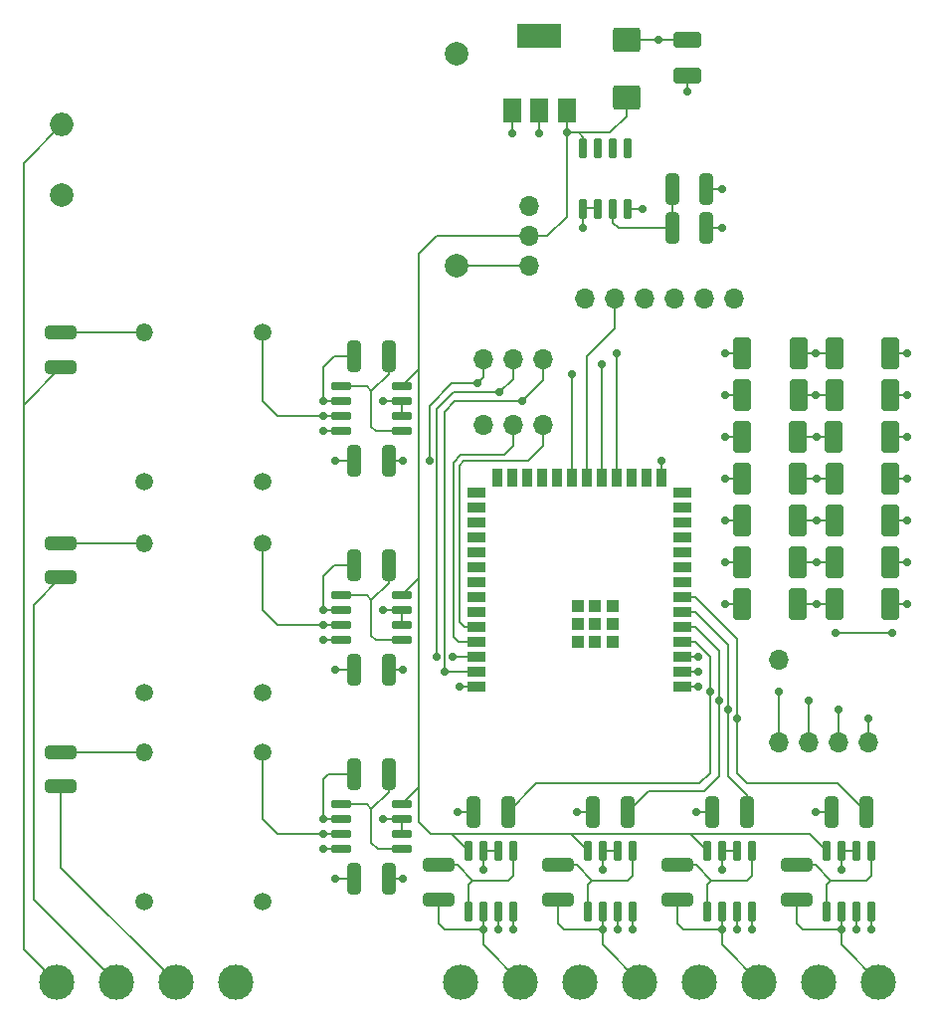
<source format=gbr>
%TF.GenerationSoftware,KiCad,Pcbnew,7.0.10*%
%TF.CreationDate,2024-06-26T03:26:05-03:00*%
%TF.ProjectId,board,626f6172-642e-46b6-9963-61645f706362,1.3*%
%TF.SameCoordinates,Original*%
%TF.FileFunction,Copper,L1,Top*%
%TF.FilePolarity,Positive*%
%FSLAX46Y46*%
G04 Gerber Fmt 4.6, Leading zero omitted, Abs format (unit mm)*
G04 Created by KiCad (PCBNEW 7.0.10) date 2024-06-26 03:26:05*
%MOMM*%
%LPD*%
G01*
G04 APERTURE LIST*
G04 Aperture macros list*
%AMRoundRect*
0 Rectangle with rounded corners*
0 $1 Rounding radius*
0 $2 $3 $4 $5 $6 $7 $8 $9 X,Y pos of 4 corners*
0 Add a 4 corners polygon primitive as box body*
4,1,4,$2,$3,$4,$5,$6,$7,$8,$9,$2,$3,0*
0 Add four circle primitives for the rounded corners*
1,1,$1+$1,$2,$3*
1,1,$1+$1,$4,$5*
1,1,$1+$1,$6,$7*
1,1,$1+$1,$8,$9*
0 Add four rect primitives between the rounded corners*
20,1,$1+$1,$2,$3,$4,$5,0*
20,1,$1+$1,$4,$5,$6,$7,0*
20,1,$1+$1,$6,$7,$8,$9,0*
20,1,$1+$1,$8,$9,$2,$3,0*%
G04 Aperture macros list end*
%TA.AperFunction,SMDPad,CuDef*%
%ADD10RoundRect,0.250000X0.925000X-0.412500X0.925000X0.412500X-0.925000X0.412500X-0.925000X-0.412500X0*%
%TD*%
%TA.AperFunction,SMDPad,CuDef*%
%ADD11RoundRect,0.250000X0.925000X-0.787500X0.925000X0.787500X-0.925000X0.787500X-0.925000X-0.787500X0*%
%TD*%
%TA.AperFunction,SMDPad,CuDef*%
%ADD12RoundRect,0.150000X-0.725000X-0.150000X0.725000X-0.150000X0.725000X0.150000X-0.725000X0.150000X0*%
%TD*%
%TA.AperFunction,SMDPad,CuDef*%
%ADD13RoundRect,0.250000X0.500000X1.100000X-0.500000X1.100000X-0.500000X-1.100000X0.500000X-1.100000X0*%
%TD*%
%TA.AperFunction,SMDPad,CuDef*%
%ADD14RoundRect,0.250000X-1.075000X0.312500X-1.075000X-0.312500X1.075000X-0.312500X1.075000X0.312500X0*%
%TD*%
%TA.AperFunction,SMDPad,CuDef*%
%ADD15RoundRect,0.150000X0.150000X-0.725000X0.150000X0.725000X-0.150000X0.725000X-0.150000X-0.725000X0*%
%TD*%
%TA.AperFunction,ComponentPad*%
%ADD16O,1.508000X1.508000*%
%TD*%
%TA.AperFunction,ComponentPad*%
%ADD17C,1.508000*%
%TD*%
%TA.AperFunction,SMDPad,CuDef*%
%ADD18RoundRect,0.250000X-0.312500X-1.075000X0.312500X-1.075000X0.312500X1.075000X-0.312500X1.075000X0*%
%TD*%
%TA.AperFunction,ComponentPad*%
%ADD19O,2.000000X2.000000*%
%TD*%
%TA.AperFunction,ComponentPad*%
%ADD20C,2.000000*%
%TD*%
%TA.AperFunction,SMDPad,CuDef*%
%ADD21RoundRect,0.250000X0.312500X1.075000X-0.312500X1.075000X-0.312500X-1.075000X0.312500X-1.075000X0*%
%TD*%
%TA.AperFunction,SMDPad,CuDef*%
%ADD22R,1.500000X0.900000*%
%TD*%
%TA.AperFunction,SMDPad,CuDef*%
%ADD23R,0.900000X1.500000*%
%TD*%
%TA.AperFunction,SMDPad,CuDef*%
%ADD24R,1.000000X1.000000*%
%TD*%
%TA.AperFunction,ComponentPad*%
%ADD25O,3.000000X3.000000*%
%TD*%
%TA.AperFunction,ComponentPad*%
%ADD26C,3.000000*%
%TD*%
%TA.AperFunction,ComponentPad*%
%ADD27O,1.700000X1.700000*%
%TD*%
%TA.AperFunction,SMDPad,CuDef*%
%ADD28R,1.500000X2.000000*%
%TD*%
%TA.AperFunction,SMDPad,CuDef*%
%ADD29R,3.800000X2.000000*%
%TD*%
%TA.AperFunction,ViaPad*%
%ADD30C,0.700000*%
%TD*%
%TA.AperFunction,Conductor*%
%ADD31C,0.200000*%
%TD*%
G04 APERTURE END LIST*
D10*
%TO.P,C2,1*%
%TO.N,Vcc*%
X164973000Y-43357500D03*
%TO.P,C2,2*%
%TO.N,GND*%
X164973000Y-40282500D03*
%TD*%
D11*
%TO.P,C1,1*%
%TO.N,Vin*%
X159766000Y-45212000D03*
%TO.P,C1,2*%
%TO.N,GND*%
X159766000Y-40287000D03*
%TD*%
D12*
%TO.P,AMP3,1*%
%TO.N,Net-(AMP3B-+)*%
X135512800Y-105370000D03*
%TO.P,AMP3,2,-*%
%TO.N,TP C-1*%
X135512800Y-106640000D03*
%TO.P,AMP3,3,+*%
%TO.N,TC A-1*%
X135512800Y-107910000D03*
%TO.P,AMP3,4,V-*%
%TO.N,GND*%
X135512800Y-109180000D03*
%TO.P,AMP3,5,+*%
%TO.N,Net-(AMP3B-+)*%
X140662800Y-109180000D03*
%TO.P,AMP3,6,-*%
%TO.N,Net-(AMP3B--)*%
X140662800Y-107910000D03*
%TO.P,AMP3,7*%
X140662800Y-106640000D03*
%TO.P,AMP3,8,V+*%
%TO.N,Vin*%
X140662800Y-105370000D03*
%TD*%
D13*
%TO.P,DZ14,1,K*%
%TO.N,Current N*%
X174409800Y-77684000D03*
%TO.P,DZ14,2,A*%
%TO.N,GND*%
X169609800Y-77684000D03*
%TD*%
D14*
%TO.P,R9,1*%
%TO.N,Net-(AMP4B-+)*%
X143802800Y-110511500D03*
%TO.P,R9,2*%
%TO.N,TC A-2*%
X143802800Y-113436500D03*
%TD*%
D15*
%TO.P,AMP8,1*%
%TO.N,TC A-1*%
X156121800Y-54732000D03*
%TO.P,AMP8,2,-*%
X157391800Y-54732000D03*
%TO.P,AMP8,3,+*%
%TO.N,V1.65*%
X158661800Y-54732000D03*
%TO.P,AMP8,4,V-*%
%TO.N,GND*%
X159931800Y-54732000D03*
%TO.P,AMP8,5*%
%TO.N,N/C*%
X159931800Y-49582000D03*
%TO.P,AMP8,6*%
X158661800Y-49582000D03*
%TO.P,AMP8,7*%
X157391800Y-49582000D03*
%TO.P,AMP8,8,V+*%
%TO.N,Vin*%
X156121800Y-49582000D03*
%TD*%
D13*
%TO.P,DZ2,1,K*%
%TO.N,Wave A*%
X174414800Y-67016000D03*
%TO.P,DZ2,2,A*%
%TO.N,GND*%
X169614800Y-67016000D03*
%TD*%
D16*
%TO.P,TP2,1*%
%TO.N,Net-(R4-Pad1)*%
X118783800Y-83145000D03*
D17*
%TO.P,TP2,2*%
%TO.N,Neutral*%
X118783800Y-95845000D03*
%TO.P,TP2,3*%
%TO.N,TP B-1*%
X128783800Y-95845000D03*
%TO.P,TP2,4*%
%TO.N,TC A-1*%
X128783800Y-83145000D03*
%TD*%
D18*
%TO.P,R7,1*%
%TO.N,TP B-1*%
X136625300Y-85050000D03*
%TO.P,R7,2*%
%TO.N,Net-(AMP2B-+)*%
X139550300Y-85050000D03*
%TD*%
D19*
%TO.P,PS1,1,AC/L*%
%TO.N,Line A*%
X111734500Y-47546000D03*
D20*
%TO.P,PS1,2,AC/N*%
%TO.N,Neutral*%
X111734500Y-53546000D03*
%TO.P,PS1,3,-Vout*%
%TO.N,GND*%
X145334500Y-41546000D03*
%TO.P,PS1,4,+Vout*%
%TO.N,Net-(PS1-+Vout)*%
X145334500Y-59546000D03*
%TD*%
D21*
%TO.P,R16,1*%
%TO.N,Current A*%
X149710300Y-106005000D03*
%TO.P,R16,2*%
%TO.N,Net-(AMP4B--)*%
X146785300Y-106005000D03*
%TD*%
D22*
%TO.P,MCU1,1,GND*%
%TO.N,GND*%
X164515800Y-95377000D03*
%TO.P,MCU1,2,3V3*%
%TO.N,Vcc*%
X164515800Y-94107000D03*
%TO.P,MCU1,3,EN*%
X164515800Y-92837000D03*
%TO.P,MCU1,4,IO4*%
%TO.N,Current A*%
X164515800Y-91567000D03*
%TO.P,MCU1,5,IO5*%
%TO.N,Current B*%
X164515800Y-90297000D03*
%TO.P,MCU1,6,IO6*%
%TO.N,Current C*%
X164515800Y-89027000D03*
%TO.P,MCU1,7,IO7*%
%TO.N,Current N*%
X164515800Y-87757000D03*
%TO.P,MCU1,8,IO15*%
%TO.N,unconnected-(MCU1-IO15-Pad8)*%
X164515800Y-86487000D03*
%TO.P,MCU1,9,IO16*%
%TO.N,unconnected-(MCU1-IO16-Pad9)*%
X164515800Y-85217000D03*
%TO.P,MCU1,10,IO17*%
%TO.N,unconnected-(MCU1-IO17-Pad10)*%
X164515800Y-83947000D03*
%TO.P,MCU1,11,IO18*%
%TO.N,unconnected-(MCU1-IO18-Pad11)*%
X164515800Y-82677000D03*
%TO.P,MCU1,12,IO8*%
%TO.N,unconnected-(MCU1-IO8-Pad12)*%
X164515800Y-81407000D03*
%TO.P,MCU1,13,IO19*%
%TO.N,unconnected-(MCU1-IO19-Pad13)*%
X164515800Y-80137000D03*
%TO.P,MCU1,14,IO20*%
%TO.N,unconnected-(MCU1-IO20-Pad14)*%
X164515800Y-78867000D03*
D23*
%TO.P,MCU1,15,IO3*%
%TO.N,Wave A*%
X162750800Y-77617000D03*
%TO.P,MCU1,16,IO46*%
%TO.N,unconnected-(MCU1-IO46-Pad16)*%
X161480800Y-77617000D03*
%TO.P,MCU1,17,IO9*%
%TO.N,unconnected-(MCU1-IO9-Pad17)*%
X160210800Y-77617000D03*
%TO.P,MCU1,18,IO10*%
%TO.N,CS*%
X158940800Y-77617000D03*
%TO.P,MCU1,19,IO11*%
%TO.N,MOSI*%
X157670800Y-77617000D03*
%TO.P,MCU1,20,IO12*%
%TO.N,CLK*%
X156400800Y-77617000D03*
%TO.P,MCU1,21,IO13*%
%TO.N,MISO*%
X155130800Y-77617000D03*
%TO.P,MCU1,22,IO14*%
%TO.N,unconnected-(MCU1-IO14-Pad22)*%
X153860800Y-77617000D03*
%TO.P,MCU1,23,IO21*%
%TO.N,unconnected-(MCU1-IO21-Pad23)*%
X152590800Y-77617000D03*
%TO.P,MCU1,24,IO47*%
%TO.N,unconnected-(MCU1-IO47-Pad24)*%
X151320800Y-77617000D03*
%TO.P,MCU1,25,IO48*%
%TO.N,unconnected-(MCU1-IO48-Pad25)*%
X150050800Y-77617000D03*
%TO.P,MCU1,26,IO45*%
%TO.N,unconnected-(MCU1-IO45-Pad26)*%
X148780800Y-77617000D03*
D22*
%TO.P,MCU1,27,IO0*%
%TO.N,unconnected-(MCU1-IO0-Pad27)*%
X147015800Y-78867000D03*
%TO.P,MCU1,28,NC*%
%TO.N,unconnected-(MCU1-NC-Pad28)*%
X147015800Y-80137000D03*
%TO.P,MCU1,29,NC__1*%
%TO.N,unconnected-(MCU1-NC__1-Pad29)*%
X147015800Y-81407000D03*
%TO.P,MCU1,30,NC__2*%
%TO.N,unconnected-(MCU1-NC__2-Pad30)*%
X147015800Y-82677000D03*
%TO.P,MCU1,31,IO38*%
%TO.N,unconnected-(MCU1-IO38-Pad31)*%
X147015800Y-83947000D03*
%TO.P,MCU1,32,IO39*%
%TO.N,unconnected-(MCU1-IO39-Pad32)*%
X147015800Y-85217000D03*
%TO.P,MCU1,33,IO40*%
%TO.N,unconnected-(MCU1-IO40-Pad33)*%
X147015800Y-86487000D03*
%TO.P,MCU1,34,IO41*%
%TO.N,unconnected-(MCU1-IO41-Pad34)*%
X147015800Y-87757000D03*
%TO.P,MCU1,35,IO42*%
%TO.N,unconnected-(MCU1-IO42-Pad35)*%
X147015800Y-89027000D03*
%TO.P,MCU1,36,RXD0*%
%TO.N,UART RX*%
X147015800Y-90297000D03*
%TO.P,MCU1,37,TXD0*%
%TO.N,UART TX*%
X147015800Y-91567000D03*
%TO.P,MCU1,38,IO2*%
%TO.N,Wave B*%
X147015800Y-92837000D03*
%TO.P,MCU1,39,IO1*%
%TO.N,Wave C*%
X147015800Y-94107000D03*
%TO.P,MCU1,40,GND__1*%
%TO.N,GND*%
X147015800Y-95377000D03*
D24*
%TO.P,MCU1,41_1,GND__2*%
%TO.N,unconnected-(MCU1-GND__2-Pad41_1)*%
X157125800Y-90027000D03*
%TO.P,MCU1,41_2,GND__3*%
%TO.N,unconnected-(MCU1-GND__3-Pad41_2)*%
X158625800Y-90027000D03*
%TO.P,MCU1,41_3,GND__4*%
%TO.N,unconnected-(MCU1-GND__4-Pad41_3)*%
X155625800Y-90027000D03*
%TO.P,MCU1,41_4,GND__5*%
%TO.N,unconnected-(MCU1-GND__5-Pad41_4)*%
X158625800Y-88527000D03*
%TO.P,MCU1,41_5,GND__6*%
%TO.N,unconnected-(MCU1-GND__6-Pad41_5)*%
X157125800Y-88527000D03*
%TO.P,MCU1,41_6,GND__7*%
%TO.N,unconnected-(MCU1-GND__7-Pad41_6)*%
X155625800Y-88527000D03*
%TO.P,MCU1,41_7,GND__8*%
%TO.N,unconnected-(MCU1-GND__8-Pad41_7)*%
X158625800Y-91527000D03*
%TO.P,MCU1,41_8,GND__9*%
%TO.N,unconnected-(MCU1-GND__9-Pad41_8)*%
X157125800Y-91527000D03*
%TO.P,MCU1,41_9,GND__10*%
%TO.N,unconnected-(MCU1-GND__10-Pad41_9)*%
X155625800Y-91527000D03*
%TD*%
D15*
%TO.P,AMP6,1*%
%TO.N,Net-(AMP6B-+)*%
X166662800Y-114514000D03*
%TO.P,AMP6,2,-*%
%TO.N,TC C-2*%
X167932800Y-114514000D03*
%TO.P,AMP6,3,+*%
%TO.N,TC A-1*%
X169202800Y-114514000D03*
%TO.P,AMP6,4,V-*%
%TO.N,GND*%
X170472800Y-114514000D03*
%TO.P,AMP6,5,+*%
%TO.N,Net-(AMP6B-+)*%
X170472800Y-109364000D03*
%TO.P,AMP6,6,-*%
%TO.N,Net-(AMP6B--)*%
X169202800Y-109364000D03*
%TO.P,AMP6,7*%
X167932800Y-109364000D03*
%TO.P,AMP6,8,V+*%
%TO.N,Vin*%
X166662800Y-109364000D03*
%TD*%
D13*
%TO.P,DZ13,1,K*%
%TO.N,Vcc*%
X182270800Y-77684000D03*
%TO.P,DZ13,2,A*%
%TO.N,Current N*%
X177470800Y-77684000D03*
%TD*%
D15*
%TO.P,AMP4,1*%
%TO.N,Net-(AMP4B-+)*%
X146342800Y-114514000D03*
%TO.P,AMP4,2,-*%
%TO.N,TC A-2*%
X147612800Y-114514000D03*
%TO.P,AMP4,3,+*%
%TO.N,TC A-1*%
X148882800Y-114514000D03*
%TO.P,AMP4,4,V-*%
%TO.N,GND*%
X150152800Y-114514000D03*
%TO.P,AMP4,5,+*%
%TO.N,Net-(AMP4B-+)*%
X150152800Y-109364000D03*
%TO.P,AMP4,6,-*%
%TO.N,Net-(AMP4B--)*%
X148882800Y-109364000D03*
%TO.P,AMP4,7*%
X147612800Y-109364000D03*
%TO.P,AMP4,8,V+*%
%TO.N,Vin*%
X146342800Y-109364000D03*
%TD*%
D21*
%TO.P,R17,1*%
%TO.N,Current B*%
X159870300Y-106005000D03*
%TO.P,R17,2*%
%TO.N,Net-(AMP5B--)*%
X156945300Y-106005000D03*
%TD*%
D13*
%TO.P,DZ6,1,K*%
%TO.N,Wave C*%
X174409800Y-74128000D03*
%TO.P,DZ6,2,A*%
%TO.N,GND*%
X169609800Y-74128000D03*
%TD*%
%TO.P,DZ5,1,K*%
%TO.N,Vcc*%
X182257800Y-74128000D03*
%TO.P,DZ5,2,A*%
%TO.N,Wave C*%
X177457800Y-74128000D03*
%TD*%
D16*
%TO.P,TP1,1*%
%TO.N,Net-(R3-Pad1)*%
X118783800Y-65238000D03*
D17*
%TO.P,TP1,2*%
%TO.N,Neutral*%
X118783800Y-77938000D03*
%TO.P,TP1,3*%
%TO.N,TP A-1*%
X128783800Y-77938000D03*
%TO.P,TP1,4*%
%TO.N,TC A-1*%
X128783800Y-65238000D03*
%TD*%
D25*
%TO.P,J6,1,Pin_1*%
%TO.N,TC A-1*%
X176187800Y-120483000D03*
D26*
%TO.P,J6,2,Pin_2*%
%TO.N,TC N-2*%
X181267800Y-120483000D03*
%TD*%
D14*
%TO.P,R4,1*%
%TO.N,Net-(R4-Pad1)*%
X111671800Y-83145000D03*
%TO.P,R4,2*%
%TO.N,Line B*%
X111671800Y-86070000D03*
%TD*%
D16*
%TO.P,TP3,1*%
%TO.N,Net-(R5-Pad1)*%
X118783800Y-100925000D03*
D17*
%TO.P,TP3,2*%
%TO.N,Neutral*%
X118783800Y-113625000D03*
%TO.P,TP3,3*%
%TO.N,TP C-1*%
X128783800Y-113625000D03*
%TO.P,TP3,4*%
%TO.N,TC A-1*%
X128783800Y-100925000D03*
%TD*%
D27*
%TO.P,P1,1,Pin_1*%
%TO.N,GND*%
X147612800Y-73112000D03*
%TO.P,P1,2,Pin_2*%
%TO.N,UART TX*%
X150152800Y-73112000D03*
%TO.P,P1,3,Pin_3*%
%TO.N,UART RX*%
X152692800Y-73112000D03*
%TD*%
D18*
%TO.P,R2,1*%
%TO.N,V1.65*%
X163676300Y-53046000D03*
%TO.P,R2,2*%
%TO.N,GND*%
X166601300Y-53046000D03*
%TD*%
D21*
%TO.P,R18,1*%
%TO.N,Current C*%
X170030300Y-106005000D03*
%TO.P,R18,2*%
%TO.N,Net-(AMP6B--)*%
X167105300Y-106005000D03*
%TD*%
D14*
%TO.P,R11,1*%
%TO.N,Net-(AMP6B-+)*%
X164122800Y-110511500D03*
%TO.P,R11,2*%
%TO.N,TC C-2*%
X164122800Y-113436500D03*
%TD*%
D13*
%TO.P,DZ11,1,K*%
%TO.N,Vcc*%
X182270800Y-81240000D03*
%TO.P,DZ11,2,A*%
%TO.N,Current C*%
X177470800Y-81240000D03*
%TD*%
D27*
%TO.P,SW1,1,C*%
%TO.N,unconnected-(SW1-C-Pad1)*%
X151511000Y-54483000D03*
%TO.P,SW1,2,B*%
%TO.N,Vin*%
X151511000Y-57023000D03*
%TO.P,SW1,3,A*%
%TO.N,Net-(PS1-+Vout)*%
X151511000Y-59563000D03*
%TD*%
D18*
%TO.P,R6,1*%
%TO.N,TP A-1*%
X136625300Y-67270000D03*
%TO.P,R6,2*%
%TO.N,Net-(AMP1B-+)*%
X139550300Y-67270000D03*
%TD*%
D13*
%TO.P,DZ3,1,K*%
%TO.N,Vcc*%
X182270800Y-70572000D03*
%TO.P,DZ3,2,A*%
%TO.N,Wave B*%
X177470800Y-70572000D03*
%TD*%
D14*
%TO.P,R10,1*%
%TO.N,Net-(AMP5B-+)*%
X153962800Y-110511500D03*
%TO.P,R10,2*%
%TO.N,TC B-2*%
X153962800Y-113436500D03*
%TD*%
%TO.P,R3,1*%
%TO.N,Net-(R3-Pad1)*%
X111671800Y-65238000D03*
%TO.P,R3,2*%
%TO.N,Line A*%
X111671800Y-68163000D03*
%TD*%
%TO.P,R12,1*%
%TO.N,Net-(AMP7B-+)*%
X174282800Y-110511500D03*
%TO.P,R12,2*%
%TO.N,TC N-2*%
X174282800Y-113436500D03*
%TD*%
D13*
%TO.P,DZ12,1,K*%
%TO.N,Current C*%
X174409800Y-81240000D03*
%TO.P,DZ12,2,A*%
%TO.N,GND*%
X169609800Y-81240000D03*
%TD*%
D25*
%TO.P,J3,1,Pin_1*%
%TO.N,TC A-1*%
X145707800Y-120483000D03*
D26*
%TO.P,J3,2,Pin_2*%
%TO.N,TC A-2*%
X150787800Y-120483000D03*
%TD*%
D25*
%TO.P,J1,1,Pin_1*%
%TO.N,Line A*%
X111252000Y-120483000D03*
D26*
%TO.P,J1,2,Pin_2*%
%TO.N,Line B*%
X116332000Y-120483000D03*
%TD*%
D21*
%TO.P,R19,1*%
%TO.N,Current N*%
X180190300Y-106005000D03*
%TO.P,R19,2*%
%TO.N,Net-(AMP7B--)*%
X177265300Y-106005000D03*
%TD*%
D27*
%TO.P,P4,1,Pin_1*%
%TO.N,Wave A*%
X147612800Y-67524000D03*
%TO.P,P4,2,Pin_2*%
%TO.N,Wave B*%
X150152800Y-67524000D03*
%TO.P,P4,3,Pin_3*%
%TO.N,Wave C*%
X152692800Y-67524000D03*
%TD*%
D21*
%TO.P,R15,1*%
%TO.N,Wave C*%
X139550300Y-111720000D03*
%TO.P,R15,2*%
%TO.N,Net-(AMP3B--)*%
X136625300Y-111720000D03*
%TD*%
D13*
%TO.P,DZ9,1,K*%
%TO.N,Vcc*%
X182270800Y-84796000D03*
%TO.P,DZ9,2,A*%
%TO.N,Current B*%
X177470800Y-84796000D03*
%TD*%
%TO.P,DZ7,1,K*%
%TO.N,Vcc*%
X182270800Y-88352000D03*
%TO.P,DZ7,2,A*%
%TO.N,Current A*%
X177470800Y-88352000D03*
%TD*%
D25*
%TO.P,J5,1,Pin_1*%
%TO.N,TC A-1*%
X166027800Y-120483000D03*
D26*
%TO.P,J5,2,Pin_2*%
%TO.N,TC C-2*%
X171107800Y-120483000D03*
%TD*%
D14*
%TO.P,R5,1*%
%TO.N,Net-(R5-Pad1)*%
X111671800Y-100925000D03*
%TO.P,R5,2*%
%TO.N,Line C*%
X111671800Y-103850000D03*
%TD*%
D27*
%TO.P,P5,1,Pin_1*%
%TO.N,GND*%
X168948800Y-62317000D03*
%TO.P,P5,2,Pin_2*%
%TO.N,Vcc*%
X166408800Y-62317000D03*
%TO.P,P5,3,Pin_3*%
%TO.N,MISO*%
X163868800Y-62317000D03*
%TO.P,P5,4,Pin_4*%
%TO.N,MOSI*%
X161328800Y-62317000D03*
%TO.P,P5,5,Pin_5*%
%TO.N,CLK*%
X158788800Y-62317000D03*
%TO.P,P5,6,Pin_6*%
%TO.N,CS*%
X156248800Y-62317000D03*
%TD*%
D13*
%TO.P,DZ4,1,K*%
%TO.N,Wave B*%
X174414800Y-70572000D03*
%TO.P,DZ4,2,A*%
%TO.N,GND*%
X169614800Y-70572000D03*
%TD*%
D27*
%TO.P,P3,1,Pin_1*%
%TO.N,Current A*%
X172720000Y-100076000D03*
%TO.P,P3,2,Pin_2*%
%TO.N,Current B*%
X175260000Y-100076000D03*
%TO.P,P3,3,Pin_3*%
%TO.N,Current C*%
X177800000Y-100076000D03*
%TO.P,P3,4,Pin_4*%
%TO.N,Current N*%
X180340000Y-100076000D03*
%TD*%
D21*
%TO.P,R13,1*%
%TO.N,Wave A*%
X139550300Y-76160000D03*
%TO.P,R13,2*%
%TO.N,Net-(AMP1B--)*%
X136625300Y-76160000D03*
%TD*%
D13*
%TO.P,DZ1,1,K*%
%TO.N,Vcc*%
X182270800Y-67016000D03*
%TO.P,DZ1,2,A*%
%TO.N,Wave A*%
X177470800Y-67016000D03*
%TD*%
D18*
%TO.P,R8,1*%
%TO.N,TP C-1*%
X136625300Y-102830000D03*
%TO.P,R8,2*%
%TO.N,Net-(AMP3B-+)*%
X139550300Y-102830000D03*
%TD*%
D25*
%TO.P,J2,1,Pin_1*%
%TO.N,Line C*%
X121412000Y-120483000D03*
D26*
%TO.P,J2,2,Pin_2*%
%TO.N,Neutral*%
X126492000Y-120483000D03*
%TD*%
D27*
%TO.P,P2,1,Pin_1*%
%TO.N,TC A-1*%
X172720000Y-93091000D03*
%TD*%
D28*
%TO.P,PS2,1,GND*%
%TO.N,GND*%
X150086000Y-46315000D03*
%TO.P,PS2,2,VO*%
%TO.N,Vcc*%
X152386000Y-46315000D03*
D29*
X152386000Y-40015000D03*
D28*
%TO.P,PS2,3,VI*%
%TO.N,Vin*%
X154686000Y-46315000D03*
%TD*%
D21*
%TO.P,R14,1*%
%TO.N,Wave B*%
X139550300Y-93940000D03*
%TO.P,R14,2*%
%TO.N,Net-(AMP2B--)*%
X136625300Y-93940000D03*
%TD*%
D13*
%TO.P,DZ8,1,K*%
%TO.N,Current A*%
X174409800Y-88352000D03*
%TO.P,DZ8,2,A*%
%TO.N,GND*%
X169609800Y-88352000D03*
%TD*%
%TO.P,DZ10,1,K*%
%TO.N,Current B*%
X174409800Y-84796000D03*
%TO.P,DZ10,2,A*%
%TO.N,GND*%
X169609800Y-84796000D03*
%TD*%
D15*
%TO.P,AMP7,1*%
%TO.N,Net-(AMP7B-+)*%
X176822800Y-114514000D03*
%TO.P,AMP7,2,-*%
%TO.N,TC N-2*%
X178092800Y-114514000D03*
%TO.P,AMP7,3,+*%
%TO.N,TC A-1*%
X179362800Y-114514000D03*
%TO.P,AMP7,4,V-*%
%TO.N,GND*%
X180632800Y-114514000D03*
%TO.P,AMP7,5,+*%
%TO.N,Net-(AMP7B-+)*%
X180632800Y-109364000D03*
%TO.P,AMP7,6,-*%
%TO.N,Net-(AMP7B--)*%
X179362800Y-109364000D03*
%TO.P,AMP7,7*%
X178092800Y-109364000D03*
%TO.P,AMP7,8,V+*%
%TO.N,Vin*%
X176822800Y-109364000D03*
%TD*%
%TO.P,AMP5,1*%
%TO.N,Net-(AMP5B-+)*%
X156502800Y-114514000D03*
%TO.P,AMP5,2,-*%
%TO.N,TC B-2*%
X157772800Y-114514000D03*
%TO.P,AMP5,3,+*%
%TO.N,TC A-1*%
X159042800Y-114514000D03*
%TO.P,AMP5,4,V-*%
%TO.N,GND*%
X160312800Y-114514000D03*
%TO.P,AMP5,5,+*%
%TO.N,Net-(AMP5B-+)*%
X160312800Y-109364000D03*
%TO.P,AMP5,6,-*%
%TO.N,Net-(AMP5B--)*%
X159042800Y-109364000D03*
%TO.P,AMP5,7*%
X157772800Y-109364000D03*
%TO.P,AMP5,8,V+*%
%TO.N,Vin*%
X156502800Y-109364000D03*
%TD*%
D21*
%TO.P,R1,1*%
%TO.N,Vcc*%
X166601300Y-56348000D03*
%TO.P,R1,2*%
%TO.N,V1.65*%
X163676300Y-56348000D03*
%TD*%
D25*
%TO.P,J4,1,Pin_1*%
%TO.N,TC A-1*%
X155867800Y-120483000D03*
D26*
%TO.P,J4,2,Pin_2*%
%TO.N,TC B-2*%
X160947800Y-120483000D03*
%TD*%
D12*
%TO.P,AMP2,1*%
%TO.N,Net-(AMP2B-+)*%
X135512800Y-87590000D03*
%TO.P,AMP2,2,-*%
%TO.N,TP B-1*%
X135512800Y-88860000D03*
%TO.P,AMP2,3,+*%
%TO.N,TC A-1*%
X135512800Y-90130000D03*
%TO.P,AMP2,4,V-*%
%TO.N,GND*%
X135512800Y-91400000D03*
%TO.P,AMP2,5,+*%
%TO.N,Net-(AMP2B-+)*%
X140662800Y-91400000D03*
%TO.P,AMP2,6,-*%
%TO.N,Net-(AMP2B--)*%
X140662800Y-90130000D03*
%TO.P,AMP2,7*%
X140662800Y-88860000D03*
%TO.P,AMP2,8,V+*%
%TO.N,Vin*%
X140662800Y-87590000D03*
%TD*%
%TO.P,AMP1,1*%
%TO.N,Net-(AMP1B-+)*%
X135512800Y-69810000D03*
%TO.P,AMP1,2,-*%
%TO.N,TP A-1*%
X135512800Y-71080000D03*
%TO.P,AMP1,3,+*%
%TO.N,TC A-1*%
X135512800Y-72350000D03*
%TO.P,AMP1,4,V-*%
%TO.N,GND*%
X135512800Y-73620000D03*
%TO.P,AMP1,5,+*%
%TO.N,Net-(AMP1B-+)*%
X140662800Y-73620000D03*
%TO.P,AMP1,6,-*%
%TO.N,Net-(AMP1B--)*%
X140662800Y-72350000D03*
%TO.P,AMP1,7*%
X140662800Y-71080000D03*
%TO.P,AMP1,8,V+*%
%TO.N,Vin*%
X140662800Y-69810000D03*
%TD*%
D30*
%TO.N,GND*%
X162483800Y-40284400D03*
%TO.N,Vcc*%
X164973000Y-44729400D03*
X152386000Y-48245000D03*
X183706800Y-77684000D03*
X177546000Y-90765000D03*
X167932800Y-56348000D03*
X183680800Y-67016000D03*
X183706800Y-88352000D03*
X183706800Y-84796000D03*
X165900800Y-94107000D03*
X165900800Y-92837000D03*
X183680800Y-74128000D03*
X182372000Y-90765000D03*
X183706800Y-81240000D03*
X183680800Y-70572000D03*
%TO.N,GND*%
X134023800Y-91400000D03*
X134023800Y-109180000D03*
X168186800Y-74128000D03*
X167924349Y-53037735D03*
X180632800Y-116038000D03*
X168212800Y-81240000D03*
X161201800Y-54732000D03*
X160312800Y-116038000D03*
X168186800Y-67016000D03*
X168186800Y-70572000D03*
X150086000Y-48245000D03*
X168212800Y-77684000D03*
X145580800Y-95377000D03*
X134023800Y-73620000D03*
X165900800Y-95377000D03*
X150152800Y-116038000D03*
X168212800Y-88352000D03*
X168212800Y-84796000D03*
X170472800Y-116038000D03*
%TO.N,Current A*%
X172720000Y-95758000D03*
X166916800Y-95758000D03*
X175946800Y-88352000D03*
%TO.N,Current B*%
X167678800Y-96520000D03*
X175260000Y-96520000D03*
X175946800Y-84796000D03*
%TO.N,Current C*%
X175946800Y-81240000D03*
X177800000Y-97282000D03*
X168440800Y-97282000D03*
%TO.N,Current N*%
X180340000Y-98044000D03*
X169202800Y-98044000D03*
X175946800Y-77684000D03*
%TO.N,TC A-2*%
X147612800Y-116038000D03*
%TO.N,TC A-1*%
X179362800Y-116038000D03*
X148882800Y-116038000D03*
X169202800Y-116038000D03*
X159042800Y-116038000D03*
X134023800Y-90130000D03*
X156121800Y-56348000D03*
X134023800Y-72350000D03*
X134023800Y-107910000D03*
%TO.N,TP A-1*%
X134023800Y-71080000D03*
%TO.N,TP C-1*%
X134023800Y-106640000D03*
%TO.N,TP B-1*%
X134023800Y-88860000D03*
%TO.N,TC B-2*%
X157772800Y-116038000D03*
%TO.N,Wave A*%
X175933800Y-67016000D03*
X162750800Y-76160000D03*
X147104800Y-69556000D03*
X143010800Y-76160000D03*
X140754800Y-76160000D03*
%TO.N,Wave B*%
X143660800Y-92837000D03*
X140754800Y-93940000D03*
X144960800Y-92837000D03*
X175933800Y-70572000D03*
X149009800Y-70318000D03*
%TO.N,Wave C*%
X144310800Y-94107000D03*
X140754800Y-111720000D03*
X175940300Y-74128000D03*
X150914800Y-71080000D03*
%TO.N,CS*%
X158940800Y-67016000D03*
%TO.N,MOSI*%
X157670800Y-67905000D03*
%TO.N,MISO*%
X155130800Y-68794000D03*
%TO.N,TC N-2*%
X178092800Y-116038000D03*
%TO.N,Vin*%
X154686000Y-48220000D03*
%TO.N,TC C-2*%
X167932800Y-116038000D03*
%TO.N,Net-(AMP1B--)*%
X135039800Y-76160000D03*
X139103800Y-71080000D03*
%TO.N,Net-(AMP2B--)*%
X135039800Y-93940000D03*
X139103800Y-88860000D03*
%TO.N,Net-(AMP3B--)*%
X139103800Y-106640000D03*
X135039800Y-111720000D03*
%TO.N,Net-(AMP4B--)*%
X147612800Y-110958000D03*
X145453800Y-106005000D03*
%TO.N,Net-(AMP5B--)*%
X155613800Y-106005000D03*
X157772800Y-110958000D03*
%TO.N,Net-(AMP6B--)*%
X167932800Y-110958000D03*
X165773800Y-106005000D03*
%TO.N,Net-(AMP7B--)*%
X175933800Y-106005000D03*
X178092800Y-110958000D03*
%TD*%
D31*
%TO.N,GND*%
X162485700Y-40282500D02*
X164973000Y-40282500D01*
X162483800Y-40284400D02*
X162485700Y-40282500D01*
X162481200Y-40287000D02*
X162483800Y-40284400D01*
X159766000Y-40287000D02*
X162481200Y-40287000D01*
%TO.N,Vcc*%
X164973000Y-44729400D02*
X164973000Y-43357500D01*
%TO.N,Vin*%
X155740800Y-48220000D02*
X156121800Y-48601000D01*
X159766000Y-46861800D02*
X158407800Y-48220000D01*
X158407800Y-48220000D02*
X155740800Y-48220000D01*
X159766000Y-45212000D02*
X159766000Y-46861800D01*
X156121800Y-48601000D02*
X156121800Y-49582000D01*
%TO.N,Line B*%
X111671800Y-86070000D02*
X109347000Y-88394800D01*
X109347000Y-88394800D02*
X109347000Y-113498000D01*
X109347000Y-113498000D02*
X116332000Y-120483000D01*
%TO.N,Line A*%
X108460800Y-71374000D02*
X111671800Y-68163000D01*
X111252000Y-120483000D02*
X108458000Y-117689000D01*
X108458000Y-71374000D02*
X108460800Y-71374000D01*
X108458000Y-117689000D02*
X108458000Y-50822500D01*
X108458000Y-50822500D02*
X111734500Y-47546000D01*
%TO.N,Line C*%
X111671800Y-103850000D02*
X111671800Y-110742800D01*
X111671800Y-110742800D02*
X121412000Y-120483000D01*
%TO.N,Net-(R3-Pad1)*%
X111671800Y-65238000D02*
X118783800Y-65238000D01*
%TO.N,Net-(R4-Pad1)*%
X111671800Y-83145000D02*
X118783800Y-83145000D01*
%TO.N,Net-(R5-Pad1)*%
X111671800Y-100925000D02*
X118783800Y-100925000D01*
%TO.N,Vcc*%
X183680800Y-67016000D02*
X182270800Y-67016000D01*
X167932800Y-56348000D02*
X166601300Y-56348000D01*
X183706800Y-88352000D02*
X182270800Y-88352000D01*
X164515800Y-92837000D02*
X165900800Y-92837000D01*
X183706800Y-77684000D02*
X182270800Y-77684000D01*
X182257800Y-74128000D02*
X183680800Y-74128000D01*
X182270800Y-70572000D02*
X183680800Y-70572000D01*
X183706800Y-81240000D02*
X182270800Y-81240000D01*
X152386000Y-48245000D02*
X152386000Y-46315000D01*
X164515800Y-94107000D02*
X165900800Y-94107000D01*
X182372000Y-90765000D02*
X177546000Y-90765000D01*
X183706800Y-84796000D02*
X182283800Y-84796000D01*
%TO.N,GND*%
X150152800Y-116038000D02*
X150152800Y-114514000D01*
X166609565Y-53037735D02*
X166601300Y-53046000D01*
X134023800Y-109180000D02*
X135512800Y-109180000D01*
X168186800Y-74128000D02*
X169609800Y-74128000D01*
X168186800Y-70572000D02*
X169614800Y-70572000D01*
X167924349Y-53037735D02*
X166609565Y-53037735D01*
X168212800Y-88352000D02*
X169609800Y-88352000D01*
X168212800Y-84796000D02*
X169609800Y-84796000D01*
X145580800Y-95377000D02*
X147015800Y-95377000D01*
X168186800Y-67016000D02*
X169614800Y-67016000D01*
X168212800Y-81240000D02*
X169609800Y-81240000D01*
X150086000Y-48245000D02*
X150086000Y-46315000D01*
X170472800Y-116038000D02*
X170472800Y-114514000D01*
X164515800Y-95377000D02*
X165900800Y-95377000D01*
X160312800Y-116038000D02*
X160312800Y-114514000D01*
X134023800Y-73620000D02*
X135512800Y-73620000D01*
X180632800Y-116038000D02*
X180632800Y-114514000D01*
X168212800Y-77684000D02*
X169609800Y-77684000D01*
X159931800Y-54732000D02*
X161201800Y-54732000D01*
X134023800Y-91400000D02*
X135512800Y-91400000D01*
%TO.N,Current A*%
X175946800Y-88352000D02*
X177470800Y-88352000D01*
X166916800Y-92797000D02*
X166916800Y-102703000D01*
X175946800Y-88352000D02*
X174409800Y-88352000D01*
X172720000Y-95758000D02*
X172720000Y-100076000D01*
X152123300Y-103592000D02*
X149710300Y-106005000D01*
X165686800Y-91567000D02*
X166916800Y-92797000D01*
X166027800Y-103592000D02*
X152123300Y-103592000D01*
X166916800Y-102703000D02*
X166027800Y-103592000D01*
X164515800Y-91567000D02*
X165686800Y-91567000D01*
%TO.N,Current B*%
X167678800Y-102957000D02*
X167678800Y-92289000D01*
X161648300Y-104227000D02*
X166408800Y-104227000D01*
X167678800Y-92289000D02*
X165686800Y-90297000D01*
X174409800Y-84796000D02*
X175946800Y-84796000D01*
X175946800Y-84796000D02*
X177470800Y-84796000D01*
X159870300Y-106005000D02*
X161648300Y-104227000D01*
X175260000Y-96520000D02*
X175260000Y-100076000D01*
X165686800Y-90297000D02*
X164515800Y-90297000D01*
X166408800Y-104227000D02*
X167678800Y-102957000D01*
%TO.N,Current C*%
X170030300Y-104546500D02*
X168440800Y-102957000D01*
X170030300Y-106005000D02*
X170030300Y-104546500D01*
X168440800Y-91781000D02*
X165686800Y-89027000D01*
X168440800Y-102957000D02*
X168440800Y-91781000D01*
X175946800Y-81240000D02*
X177470800Y-81240000D01*
X165686800Y-89027000D02*
X164515800Y-89027000D01*
X175946800Y-81240000D02*
X174409800Y-81240000D01*
X177800000Y-97282000D02*
X177800000Y-100076000D01*
%TO.N,Current N*%
X170091800Y-103592000D02*
X169202800Y-102703000D01*
X175946800Y-77684000D02*
X177470800Y-77684000D01*
X169202800Y-102703000D02*
X169202800Y-91273000D01*
X165686800Y-87757000D02*
X164515800Y-87757000D01*
X180340000Y-98044000D02*
X180340000Y-100076000D01*
X169202800Y-91273000D02*
X165686800Y-87757000D01*
X175946800Y-77684000D02*
X174409800Y-77684000D01*
X177777300Y-103592000D02*
X170091800Y-103592000D01*
X180190300Y-106005000D02*
X177777300Y-103592000D01*
%TO.N,TC A-2*%
X144310800Y-116038000D02*
X147612800Y-116038000D01*
X143802800Y-113436500D02*
X143802800Y-115530000D01*
X143802800Y-115530000D02*
X144310800Y-116038000D01*
X150787800Y-120483000D02*
X147612800Y-117308000D01*
X147612800Y-116038000D02*
X147612800Y-114514000D01*
X147612800Y-117308000D02*
X147612800Y-116038000D01*
%TO.N,TC A-1*%
X128783800Y-100925000D02*
X128783800Y-106607000D01*
X130086800Y-107910000D02*
X134023800Y-107910000D01*
X130086800Y-72350000D02*
X134023800Y-72350000D01*
X135512800Y-72350000D02*
X134023800Y-72350000D01*
X159042800Y-116038000D02*
X159042800Y-114514000D01*
X179362800Y-116038000D02*
X179362800Y-114514000D01*
X135512800Y-107910000D02*
X134023800Y-107910000D01*
X128783800Y-71047000D02*
X130086800Y-72350000D01*
X148882800Y-116038000D02*
X148882800Y-114514000D01*
X128783800Y-88827000D02*
X128783800Y-83145000D01*
X134023800Y-90130000D02*
X130086800Y-90130000D01*
X156121800Y-56348000D02*
X156121800Y-54732000D01*
X128783800Y-65238000D02*
X128783800Y-71047000D01*
X135512800Y-90130000D02*
X134023800Y-90130000D01*
X156121800Y-54605000D02*
X157391800Y-54605000D01*
X169202800Y-116038000D02*
X169202800Y-114514000D01*
X128783800Y-106607000D02*
X130086800Y-107910000D01*
X130086800Y-90130000D02*
X128783800Y-88827000D01*
%TO.N,TP A-1*%
X134912800Y-67270000D02*
X136625300Y-67270000D01*
X134023800Y-68159000D02*
X134912800Y-67270000D01*
X134023800Y-71080000D02*
X134023800Y-68159000D01*
X135512800Y-71080000D02*
X134023800Y-71080000D01*
%TO.N,TP C-1*%
X135512800Y-106640000D02*
X134023800Y-106640000D01*
X134023800Y-103211000D02*
X134404800Y-102830000D01*
X134023800Y-106640000D02*
X134023800Y-103211000D01*
X134404800Y-102830000D02*
X136625300Y-102830000D01*
%TO.N,TP B-1*%
X136625300Y-85050000D02*
X134912800Y-85050000D01*
X135512800Y-88860000D02*
X134023800Y-88860000D01*
X134912800Y-85050000D02*
X134023800Y-85939000D01*
X134023800Y-85939000D02*
X134023800Y-88860000D01*
%TO.N,V1.65*%
X158661800Y-55913999D02*
X158661800Y-54732000D01*
X163676300Y-56348000D02*
X159095801Y-56348000D01*
X159095801Y-56348000D02*
X158661800Y-55913999D01*
X163676300Y-53046000D02*
X163676300Y-56348000D01*
%TO.N,TC B-2*%
X154470800Y-116038000D02*
X157772800Y-116038000D01*
X157772800Y-116038000D02*
X157772800Y-117308000D01*
X157772800Y-117308000D02*
X160947800Y-120483000D01*
X153962800Y-115530000D02*
X154470800Y-116038000D01*
X153962800Y-113436500D02*
X153962800Y-115530000D01*
X157772800Y-116038000D02*
X157772800Y-114514000D01*
%TO.N,Wave A*%
X175933800Y-67016000D02*
X174414800Y-67016000D01*
X144945800Y-69556000D02*
X143010800Y-71491000D01*
X147104800Y-69556000D02*
X147612800Y-69048000D01*
X175933800Y-67016000D02*
X177470800Y-67016000D01*
X162750800Y-77617000D02*
X162750800Y-76160000D01*
X143010800Y-71491000D02*
X143010800Y-76160000D01*
X147612800Y-69048000D02*
X147612800Y-67524000D01*
X139550300Y-76160000D02*
X140754800Y-76160000D01*
X147104800Y-69556000D02*
X144945800Y-69556000D01*
%TO.N,Wave B*%
X175933800Y-70572000D02*
X174414800Y-70572000D01*
X175933800Y-70572000D02*
X177470800Y-70572000D01*
X150152800Y-69175000D02*
X150152800Y-67524000D01*
X145072800Y-70318000D02*
X143660800Y-71730000D01*
X147015800Y-92837000D02*
X144960800Y-92837000D01*
X149009800Y-70318000D02*
X145072800Y-70318000D01*
X149009800Y-70318000D02*
X150152800Y-69175000D01*
X143660800Y-71730000D02*
X143660800Y-92837000D01*
X139550300Y-93940000D02*
X140754800Y-93940000D01*
%TO.N,Wave C*%
X145199800Y-71080000D02*
X150914800Y-71080000D01*
X144310800Y-71969000D02*
X145199800Y-71080000D01*
X152692800Y-69302000D02*
X152692800Y-67524000D01*
X139550300Y-111720000D02*
X140754800Y-111720000D01*
X150914800Y-71080000D02*
X152692800Y-69302000D01*
X175940300Y-74128000D02*
X177483800Y-74128000D01*
X144310800Y-94107000D02*
X147015800Y-94107000D01*
X144310800Y-94067000D02*
X144310800Y-71969000D01*
X175940300Y-74128000D02*
X174409800Y-74128000D01*
%TO.N,CS*%
X158940800Y-77617000D02*
X158940800Y-67016000D01*
%TO.N,MOSI*%
X157670800Y-67905000D02*
X157670800Y-77617000D01*
%TO.N,CLK*%
X156400800Y-67245000D02*
X158788800Y-64857000D01*
X158788800Y-64857000D02*
X158788800Y-62317000D01*
X156400800Y-77617000D02*
X156400800Y-67245000D01*
%TO.N,MISO*%
X155130800Y-77617000D02*
X155130800Y-68794000D01*
%TO.N,TC N-2*%
X178092800Y-116038000D02*
X178092800Y-114514000D01*
X174282800Y-113436500D02*
X174282800Y-115530000D01*
X178092800Y-117308000D02*
X181267800Y-120483000D01*
X174282800Y-115530000D02*
X174790800Y-116038000D01*
X174790800Y-116038000D02*
X178092800Y-116038000D01*
X178092800Y-116038000D02*
X178092800Y-117308000D01*
%TO.N,UART TX*%
X145493800Y-91567000D02*
X145072800Y-91146000D01*
X145072800Y-76287000D02*
X145707800Y-75652000D01*
X145707800Y-75652000D02*
X149390800Y-75652000D01*
X150152800Y-74890000D02*
X150152800Y-73112000D01*
X147015800Y-91567000D02*
X145493800Y-91567000D01*
X145072800Y-91146000D02*
X145072800Y-76287000D01*
X149390800Y-75652000D02*
X150152800Y-74890000D01*
%TO.N,UART RX*%
X145961800Y-76160000D02*
X151422800Y-76160000D01*
X152692800Y-74890000D02*
X152692800Y-73112000D01*
X145580800Y-76541000D02*
X145961800Y-76160000D01*
X151422800Y-76160000D02*
X152692800Y-74890000D01*
X147015800Y-90297000D02*
X146001800Y-90297000D01*
X146001800Y-90297000D02*
X145580800Y-89876000D01*
X145580800Y-89876000D02*
X145580800Y-76541000D01*
%TO.N,Vin*%
X154686000Y-48220000D02*
X154686000Y-55372000D01*
X155048800Y-107910000D02*
X156502800Y-109364000D01*
X154686000Y-48220000D02*
X154686000Y-46315000D01*
X175368800Y-107910000D02*
X176822800Y-109364000D01*
X142151800Y-106894000D02*
X142151800Y-103881000D01*
X142151800Y-103881000D02*
X140662800Y-105370000D01*
X154686000Y-55372000D02*
X153035000Y-57023000D01*
X143635800Y-57023000D02*
X142151800Y-58507000D01*
X153035000Y-57023000D02*
X143635800Y-57023000D01*
X143167800Y-107910000D02*
X142151800Y-106894000D01*
X146342800Y-109364000D02*
X144888800Y-107910000D01*
X144888800Y-107910000D02*
X143167800Y-107910000D01*
X165208800Y-107910000D02*
X175368800Y-107910000D01*
X154686000Y-48220000D02*
X155928000Y-48220000D01*
X155048800Y-107910000D02*
X165208800Y-107910000D01*
X165208800Y-107910000D02*
X166662800Y-109364000D01*
X140662800Y-69810000D02*
X142151800Y-68321000D01*
X144888800Y-107910000D02*
X155048800Y-107910000D01*
X142151800Y-58507000D02*
X142151800Y-103881000D01*
X140662800Y-87590000D02*
X142151800Y-86101000D01*
%TO.N,TC C-2*%
X164122800Y-115530000D02*
X164630800Y-116038000D01*
X164122800Y-113436500D02*
X164122800Y-115530000D01*
X164630800Y-116038000D02*
X167932800Y-116038000D01*
X167932800Y-116038000D02*
X167932800Y-114514000D01*
X167932800Y-117308000D02*
X171107800Y-120483000D01*
X167932800Y-116038000D02*
X167932800Y-117308000D01*
%TO.N,Net-(PS1-+Vout)*%
X151511000Y-59563000D02*
X151384000Y-59563000D01*
X151494000Y-59546000D02*
X151511000Y-59563000D01*
X145334500Y-59546000D02*
X151494000Y-59546000D01*
%TO.N,Net-(AMP1B-+)*%
X138468800Y-73620000D02*
X140662800Y-73620000D01*
X137706800Y-69810000D02*
X138087800Y-70191000D01*
X139550300Y-67270000D02*
X139550300Y-68728500D01*
X138087800Y-70191000D02*
X138087800Y-73239000D01*
X135512800Y-69810000D02*
X137706800Y-69810000D01*
X139550300Y-68728500D02*
X138087800Y-70191000D01*
X138087800Y-73239000D02*
X138468800Y-73620000D01*
%TO.N,Net-(AMP1B--)*%
X140662800Y-72350000D02*
X140662800Y-71080000D01*
X139103800Y-71080000D02*
X140662800Y-71080000D01*
X135039800Y-76160000D02*
X136625300Y-76160000D01*
%TO.N,Net-(AMP2B-+)*%
X138468800Y-91400000D02*
X140662800Y-91400000D01*
X138087800Y-87971000D02*
X138087800Y-91019000D01*
X138087800Y-87971000D02*
X139550300Y-86508500D01*
X138087800Y-91019000D02*
X138468800Y-91400000D01*
X135512800Y-87590000D02*
X137706800Y-87590000D01*
X139550300Y-86508500D02*
X139550300Y-85050000D01*
X137706800Y-87590000D02*
X138087800Y-87971000D01*
%TO.N,Net-(AMP2B--)*%
X139103800Y-88860000D02*
X140662800Y-88860000D01*
X140662800Y-90130000D02*
X140662800Y-88860000D01*
X135039800Y-93940000D02*
X136625300Y-93940000D01*
%TO.N,Net-(AMP3B-+)*%
X137706800Y-105370000D02*
X138087800Y-105751000D01*
X138087800Y-105751000D02*
X138087800Y-108647499D01*
X135512800Y-105370000D02*
X137706800Y-105370000D01*
X138087800Y-105751000D02*
X139550300Y-104288500D01*
X139550300Y-104288500D02*
X139550300Y-102830000D01*
X138087800Y-108647499D02*
X138620301Y-109180000D01*
X138620301Y-109180000D02*
X140662800Y-109180000D01*
%TO.N,Net-(AMP3B--)*%
X135039800Y-111720000D02*
X136625300Y-111720000D01*
X140662800Y-107910000D02*
X140662800Y-106640000D01*
X140662800Y-106640000D02*
X139103800Y-106640000D01*
%TO.N,Net-(AMP4B-+)*%
X146723800Y-111847000D02*
X149771800Y-111847000D01*
X150152800Y-111466000D02*
X150152800Y-109364000D01*
X145388300Y-110511500D02*
X146723800Y-111847000D01*
X143802800Y-110511500D02*
X145388300Y-110511500D01*
X149771800Y-111847000D02*
X150152800Y-111466000D01*
X146342800Y-112228000D02*
X146723800Y-111847000D01*
X146342800Y-114514000D02*
X146342800Y-112228000D01*
%TO.N,Net-(AMP4B--)*%
X145453800Y-106005000D02*
X146785300Y-106005000D01*
X148882800Y-109364000D02*
X147612800Y-109364000D01*
X147612800Y-109364000D02*
X147612800Y-110958000D01*
%TO.N,Net-(AMP5B-+)*%
X153962800Y-110511500D02*
X155548300Y-110511500D01*
X156502800Y-112228000D02*
X156883800Y-111847000D01*
X156502800Y-114514000D02*
X156502800Y-112228000D01*
X159931800Y-111847000D02*
X160312800Y-111466000D01*
X156883800Y-111847000D02*
X159931800Y-111847000D01*
X155548300Y-110511500D02*
X156883800Y-111847000D01*
X160312800Y-111466000D02*
X160312800Y-109364000D01*
%TO.N,Net-(AMP5B--)*%
X159042800Y-109364000D02*
X157772800Y-109364000D01*
X155613800Y-106005000D02*
X156945300Y-106005000D01*
X157772800Y-109364000D02*
X157772800Y-110958000D01*
%TO.N,Net-(AMP6B-+)*%
X166662800Y-114514000D02*
X166662800Y-112228000D01*
X167043800Y-111847000D02*
X170091800Y-111847000D01*
X170472800Y-111466000D02*
X170472800Y-109364000D01*
X165708300Y-110511500D02*
X167043800Y-111847000D01*
X166662800Y-112228000D02*
X167043800Y-111847000D01*
X164122800Y-110511500D02*
X165708300Y-110511500D01*
X170091800Y-111847000D02*
X170472800Y-111466000D01*
%TO.N,Net-(AMP6B--)*%
X169202800Y-109364000D02*
X167932800Y-109364000D01*
X167932800Y-109364000D02*
X167932800Y-110958000D01*
X165773800Y-106005000D02*
X167105300Y-106005000D01*
%TO.N,Net-(AMP7B-+)*%
X177203800Y-111847000D02*
X180251800Y-111847000D01*
X176822800Y-112228000D02*
X177203800Y-111847000D01*
X175868300Y-110511500D02*
X177203800Y-111847000D01*
X174282800Y-110511500D02*
X175868300Y-110511500D01*
X176822800Y-114514000D02*
X176822800Y-112228000D01*
X180632800Y-111466000D02*
X180632800Y-109364000D01*
X180251800Y-111847000D02*
X180632800Y-111466000D01*
%TO.N,Net-(AMP7B--)*%
X178092800Y-109364000D02*
X178092800Y-110958000D01*
X179362800Y-109364000D02*
X178092800Y-109364000D01*
X175933800Y-106005000D02*
X177265300Y-106005000D01*
%TD*%
M02*

</source>
